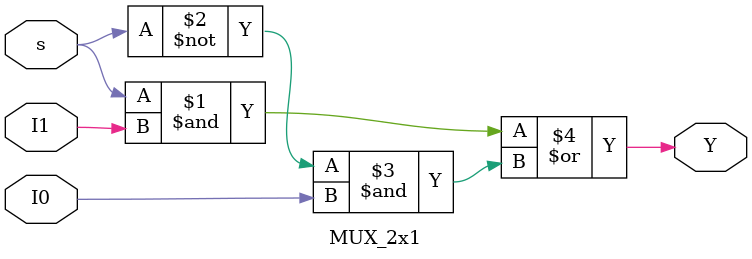
<source format=sv>

module MUX_2x1
(
	input s,
	input I0, I1,
	output Y
);

assign Y =	 s & I1 |			
				~s & I0 ;			
				
endmodule 
</source>
